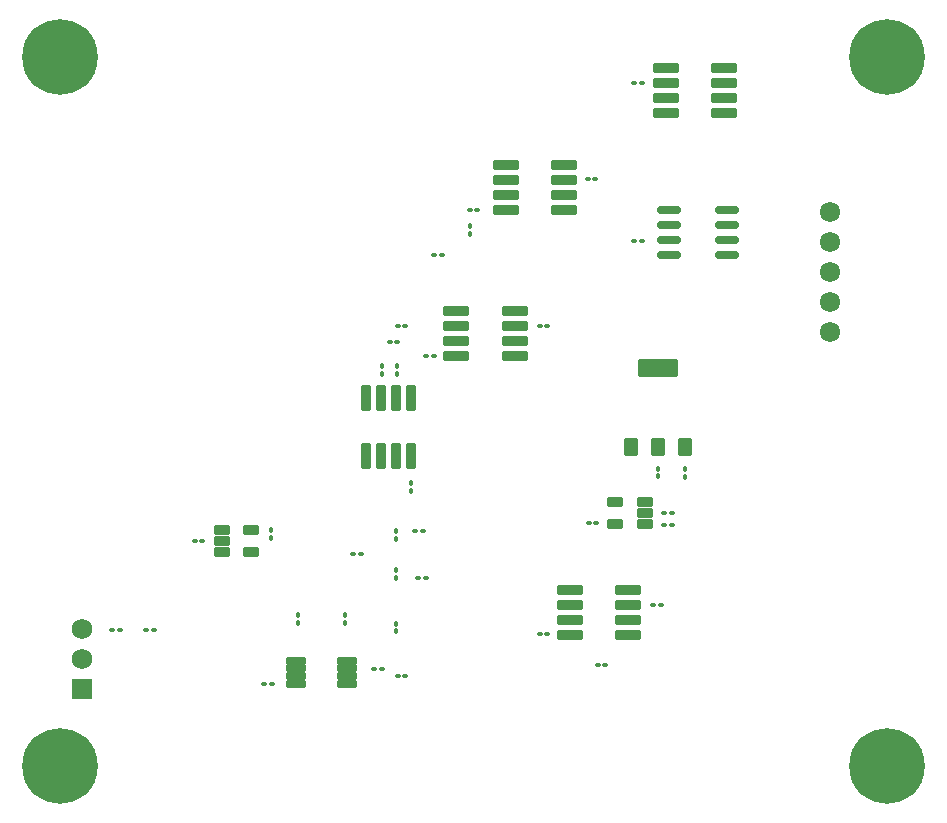
<source format=gbr>
%TF.GenerationSoftware,KiCad,Pcbnew,8.0.5*%
%TF.CreationDate,2024-10-11T16:07:05+03:00*%
%TF.ProjectId,test,74657374-2e6b-4696-9361-645f70636258,rev?*%
%TF.SameCoordinates,Original*%
%TF.FileFunction,Soldermask,Top*%
%TF.FilePolarity,Negative*%
%FSLAX46Y46*%
G04 Gerber Fmt 4.6, Leading zero omitted, Abs format (unit mm)*
G04 Created by KiCad (PCBNEW 8.0.5) date 2024-10-11 16:07:05*
%MOMM*%
%LPD*%
G01*
G04 APERTURE LIST*
G04 Aperture macros list*
%AMRoundRect*
0 Rectangle with rounded corners*
0 $1 Rounding radius*
0 $2 $3 $4 $5 $6 $7 $8 $9 X,Y pos of 4 corners*
0 Add a 4 corners polygon primitive as box body*
4,1,4,$2,$3,$4,$5,$6,$7,$8,$9,$2,$3,0*
0 Add four circle primitives for the rounded corners*
1,1,$1+$1,$2,$3*
1,1,$1+$1,$4,$5*
1,1,$1+$1,$6,$7*
1,1,$1+$1,$8,$9*
0 Add four rect primitives between the rounded corners*
20,1,$1+$1,$2,$3,$4,$5,0*
20,1,$1+$1,$4,$5,$6,$7,0*
20,1,$1+$1,$6,$7,$8,$9,0*
20,1,$1+$1,$8,$9,$2,$3,0*%
G04 Aperture macros list end*
%ADD10C,0.800000*%
%ADD11C,6.400000*%
%ADD12RoundRect,0.100000X-0.100000X0.130000X-0.100000X-0.130000X0.100000X-0.130000X0.100000X0.130000X0*%
%ADD13RoundRect,0.100000X0.100000X-0.130000X0.100000X0.130000X-0.100000X0.130000X-0.100000X-0.130000X0*%
%ADD14RoundRect,0.102000X-0.990600X-0.279400X0.990600X-0.279400X0.990600X0.279400X-0.990600X0.279400X0*%
%ADD15RoundRect,0.100000X-0.130000X-0.100000X0.130000X-0.100000X0.130000X0.100000X-0.130000X0.100000X0*%
%ADD16RoundRect,0.198500X-0.508500X-0.198500X0.508500X-0.198500X0.508500X0.198500X-0.508500X0.198500X0*%
%ADD17C,1.734000*%
%ADD18RoundRect,0.102000X-0.765000X0.765000X-0.765000X-0.765000X0.765000X-0.765000X0.765000X0.765000X0*%
%ADD19RoundRect,0.100000X0.130000X0.100000X-0.130000X0.100000X-0.130000X-0.100000X0.130000X-0.100000X0*%
%ADD20RoundRect,0.198500X0.508500X0.198500X-0.508500X0.198500X-0.508500X-0.198500X0.508500X-0.198500X0*%
%ADD21RoundRect,0.102000X0.279400X-0.990600X0.279400X0.990600X-0.279400X0.990600X-0.279400X-0.990600X0*%
%ADD22RoundRect,0.150000X-0.825000X-0.150000X0.825000X-0.150000X0.825000X0.150000X-0.825000X0.150000X0*%
%ADD23RoundRect,0.085500X-0.751500X-0.256500X0.751500X-0.256500X0.751500X0.256500X-0.751500X0.256500X0*%
%ADD24RoundRect,0.113550X-1.608450X-0.643450X1.608450X-0.643450X1.608450X0.643450X-1.608450X0.643450X0*%
%ADD25RoundRect,0.085050X-0.481950X-0.671950X0.481950X-0.671950X0.481950X0.671950X-0.481950X0.671950X0*%
%ADD26C,1.724000*%
G04 APERTURE END LIST*
D10*
%TO.C,J14*%
X72600000Y-65000000D03*
X73302944Y-63302944D03*
X73302944Y-66697056D03*
X75000000Y-62600000D03*
D11*
X75000000Y-65000000D03*
D10*
X75000000Y-67400000D03*
X76697056Y-63302944D03*
X76697056Y-66697056D03*
X77400000Y-65000000D03*
%TD*%
%TO.C,J13*%
X72600000Y-5000000D03*
X73302944Y-3302944D03*
X73302944Y-6697056D03*
X75000000Y-2600000D03*
D11*
X75000000Y-5000000D03*
D10*
X75000000Y-7400000D03*
X76697056Y-3302944D03*
X76697056Y-6697056D03*
X77400000Y-5000000D03*
%TD*%
%TO.C,J12*%
X2600000Y-65000000D03*
X3302944Y-63302944D03*
X3302944Y-66697056D03*
X5000000Y-62600000D03*
D11*
X5000000Y-65000000D03*
D10*
X5000000Y-67400000D03*
X6697056Y-63302944D03*
X6697056Y-66697056D03*
X7400000Y-65000000D03*
%TD*%
%TO.C,J11*%
X2600000Y-5000000D03*
X3302944Y-3302944D03*
X3302944Y-6697056D03*
X5000000Y-2600000D03*
D11*
X5000000Y-5000000D03*
D10*
X5000000Y-7400000D03*
X6697056Y-3302944D03*
X6697056Y-6697056D03*
X7400000Y-5000000D03*
%TD*%
D12*
%TO.C,C3*%
X22800000Y-45720000D03*
X22800000Y-45080000D03*
%TD*%
D13*
%TO.C,R12*%
X33400000Y-52980000D03*
X33400000Y-53620000D03*
%TD*%
D14*
%TO.C,U5*%
X53063800Y-50095000D03*
X53063800Y-51365000D03*
X53063800Y-52635000D03*
X53063800Y-53905000D03*
X48136200Y-53905000D03*
X48136200Y-52635000D03*
X48136200Y-51365000D03*
X48136200Y-50095000D03*
%TD*%
D15*
%TO.C,C12*%
X30440000Y-47100000D03*
X29800000Y-47100000D03*
%TD*%
D16*
%TO.C,U4*%
X21155000Y-45050000D03*
X21155000Y-46950000D03*
X18645000Y-46950000D03*
X18645000Y-46000000D03*
X18645000Y-45050000D03*
%TD*%
D17*
%TO.C,J9*%
X6800000Y-53460000D03*
X6800000Y-56000000D03*
D18*
X6800000Y-58540000D03*
%TD*%
D19*
%TO.C,C18*%
X56125000Y-43600000D03*
X56765000Y-43600000D03*
%TD*%
%TO.C,C19*%
X56125000Y-44600000D03*
X56765000Y-44600000D03*
%TD*%
D14*
%TO.C,U10*%
X61163800Y-5895000D03*
X61163800Y-7165000D03*
X61163800Y-8435000D03*
X61163800Y-9705000D03*
X56236200Y-9705000D03*
X56236200Y-8435000D03*
X56236200Y-7165000D03*
X56236200Y-5895000D03*
%TD*%
D15*
%TO.C,R11*%
X12920000Y-53500000D03*
X12280000Y-53500000D03*
%TD*%
%TO.C,C13*%
X35700000Y-45100000D03*
X35060000Y-45100000D03*
%TD*%
%TO.C,C20*%
X54220000Y-7200000D03*
X53580000Y-7200000D03*
%TD*%
%TO.C,C23*%
X46220000Y-53900000D03*
X45580000Y-53900000D03*
%TD*%
%TO.C,R13*%
X34220000Y-57400000D03*
X33580000Y-57400000D03*
%TD*%
D19*
%TO.C,R18*%
X33580000Y-27800000D03*
X34220000Y-27800000D03*
%TD*%
D12*
%TO.C,R10*%
X29100000Y-52920000D03*
X29100000Y-52280000D03*
%TD*%
D13*
%TO.C,C1*%
X57900000Y-40540000D03*
X57900000Y-39900000D03*
%TD*%
%TO.C,R16*%
X33500000Y-31180000D03*
X33500000Y-31820000D03*
%TD*%
D20*
%TO.C,U9*%
X51990000Y-44550000D03*
X51990000Y-42650000D03*
X54500000Y-42650000D03*
X54500000Y-43600000D03*
X54500000Y-44550000D03*
%TD*%
D14*
%TO.C,U7*%
X47627600Y-14160000D03*
X47627600Y-15430000D03*
X47627600Y-16700000D03*
X47627600Y-17970000D03*
X42700000Y-17970000D03*
X42700000Y-16700000D03*
X42700000Y-15430000D03*
X42700000Y-14160000D03*
%TD*%
D13*
%TO.C,R14*%
X33400000Y-48460000D03*
X33400000Y-49100000D03*
%TD*%
%TO.C,C2*%
X55600000Y-40520000D03*
X55600000Y-39880000D03*
%TD*%
D19*
%TO.C,C21*%
X22280000Y-58100000D03*
X22920000Y-58100000D03*
%TD*%
D15*
%TO.C,C30*%
X46220000Y-27800000D03*
X45580000Y-27800000D03*
%TD*%
D19*
%TO.C,C4*%
X16380000Y-46000000D03*
X17020000Y-46000000D03*
%TD*%
D21*
%TO.C,U6*%
X30895000Y-33836200D03*
X32165000Y-33836200D03*
X33435000Y-33836200D03*
X34705000Y-33836200D03*
X34705000Y-38763800D03*
X33435000Y-38763800D03*
X32165000Y-38763800D03*
X30895000Y-38763800D03*
%TD*%
D22*
%TO.C,U13*%
X61475000Y-17995000D03*
X61475000Y-19265000D03*
X61475000Y-20535000D03*
X61475000Y-21805000D03*
X56525000Y-21805000D03*
X56525000Y-20535000D03*
X56525000Y-19265000D03*
X56525000Y-17995000D03*
%TD*%
D23*
%TO.C,U3*%
X29250000Y-56125000D03*
X29250000Y-56775000D03*
X29250000Y-57425000D03*
X29250000Y-58075000D03*
X24950000Y-58075000D03*
X24950000Y-57425000D03*
X24950000Y-56775000D03*
X24950000Y-56125000D03*
%TD*%
D15*
%TO.C,R17*%
X33520000Y-29100000D03*
X32880000Y-29100000D03*
%TD*%
%TO.C,R8*%
X10020000Y-53500000D03*
X9380000Y-53500000D03*
%TD*%
%TO.C,C17*%
X50365000Y-44500000D03*
X49725000Y-44500000D03*
%TD*%
D14*
%TO.C,U12*%
X43463800Y-26495000D03*
X43463800Y-27765000D03*
X43463800Y-29035000D03*
X43463800Y-30305000D03*
X38536200Y-30305000D03*
X38536200Y-29035000D03*
X38536200Y-27765000D03*
X38536200Y-26495000D03*
%TD*%
D12*
%TO.C,R19*%
X39663800Y-19985000D03*
X39663800Y-19345000D03*
%TD*%
D19*
%TO.C,C14*%
X53580000Y-20600000D03*
X54220000Y-20600000D03*
%TD*%
D15*
%TO.C,C28*%
X40283800Y-17965000D03*
X39643800Y-17965000D03*
%TD*%
D24*
%TO.C,U1*%
X55600000Y-31355000D03*
D25*
X57890000Y-38045000D03*
X55600000Y-38045000D03*
X53310000Y-38045000D03*
%TD*%
D15*
%TO.C,C29*%
X36620000Y-30300000D03*
X35980000Y-30300000D03*
%TD*%
D19*
%TO.C,C11*%
X35280000Y-49100000D03*
X35920000Y-49100000D03*
%TD*%
D13*
%TO.C,C26*%
X32200000Y-31180000D03*
X32200000Y-31820000D03*
%TD*%
D15*
%TO.C,R20*%
X37283800Y-21765000D03*
X36643800Y-21765000D03*
%TD*%
%TO.C,C24*%
X55820000Y-51400000D03*
X55180000Y-51400000D03*
%TD*%
D13*
%TO.C,R15*%
X33400000Y-45180000D03*
X33400000Y-45820000D03*
%TD*%
D19*
%TO.C,C10*%
X50480000Y-56500000D03*
X51120000Y-56500000D03*
%TD*%
D12*
%TO.C,R9*%
X25100000Y-52920000D03*
X25100000Y-52280000D03*
%TD*%
D13*
%TO.C,C25*%
X34700000Y-41080000D03*
X34700000Y-41720000D03*
%TD*%
D15*
%TO.C,C27*%
X50283800Y-15365000D03*
X49643800Y-15365000D03*
%TD*%
%TO.C,C22*%
X32220000Y-56800000D03*
X31580000Y-56800000D03*
%TD*%
D26*
%TO.C,J10*%
X70142500Y-18132500D03*
X70142500Y-20672500D03*
X70142500Y-23212500D03*
X70142500Y-25752500D03*
X70142500Y-28292500D03*
%TD*%
M02*

</source>
